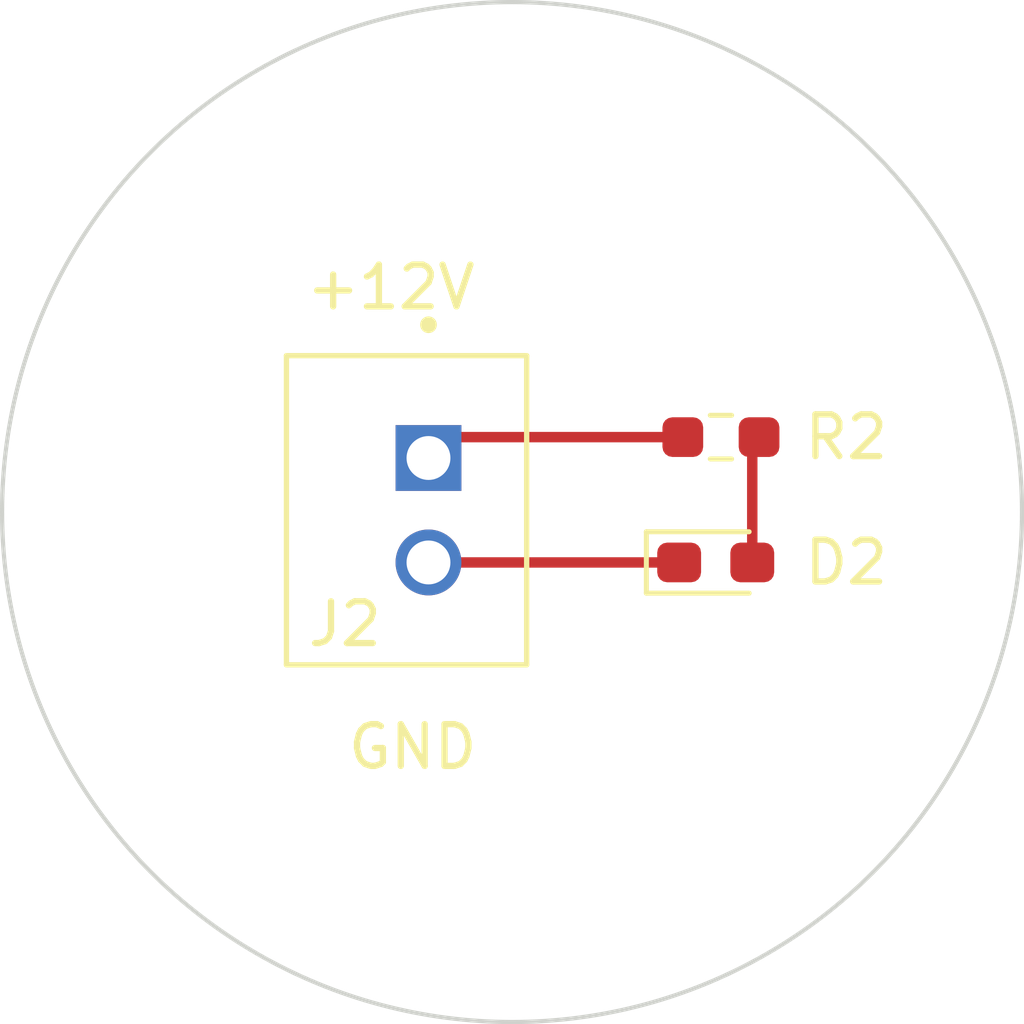
<source format=kicad_pcb>
(kicad_pcb (version 20221018) (generator pcbnew)
  (layers (0 "F.Cu" signal) (31 "B.Cu" signal) (34 "B.Paste" user) (35 "F.Paste" user) (36 "B.SilkS" user "B.Silkscreen") (37 "F.SilkS" user "F.Silkscreen") (38 "B.Mask" user) (39 "F.Mask" user) (44 "Edge.Cuts" user))
  (net 0 "")
  (net 1 "GND")
  (net 2 "/LED+")
  (net 3 "+12V")
  (footprint "LED_SMD:LED_0603_1608Metric_Pad1.05x0.95mm_HandSolder" (layer "F.Cu") (at 57.875 40)
    (fp_text reference "D2" (at 3.125 0) (layer "F.SilkS"))
    (fp_text value "LED-GREEN")
    (fp_line (start -1.66 -0.735) (end -1.66 0.735) (stroke (width 0.12)) (layer "F.SilkS"))
    (fp_line (start -1.66 0.735) (end 0.8 0.735) (stroke (width 0.12)) (layer "F.SilkS"))
    (fp_line (start 0.8 -0.735) (end -1.66 -0.735) (stroke (width 0.12)) (layer "F.SilkS"))
    (pad "1" smd roundrect (at -0.875 0) (size 1.05 0.95) (layers "F.Cu" "F.Paste" "F.Mask") (net 1 "GND"))
    (pad "2" smd roundrect (at 0.875 0) (size 1.05 0.95) (layers "F.Cu" "F.Paste" "F.Mask") (net 2 "/LED+"))
  )
  (footprint "Library:JST_B2B-XH-A_LF__SN_" (layer "F.Cu") (at 50.475 38.75 90)
    (fp_text reference "J2" (at -2.725 -1.475 180) (layer "F.SilkS"))
    (fp_text value "JST_B2B-XH-A(LF)(SN)")
    (fp_line (start -3.7 -2.875) (end 3.7 -2.875) (stroke (width 0.127)) (layer "F.SilkS"))
    (fp_line (start -3.7 2.875) (end -3.7 -2.875) (stroke (width 0.127)) (layer "F.SilkS"))
    (fp_line (start 3.7 -2.875) (end 3.7 2.875) (stroke (width 0.127)) (layer "F.SilkS"))
    (fp_line (start 3.7 2.875) (end -3.7 2.875) (stroke (width 0.127)) (layer "F.SilkS"))
    (fp_circle (center 4.44 0.525) (end 4.54 0.525) (stroke (width 0.2)) (fill none) (layer "F.SilkS"))
    (pad "1" thru_hole rect (at 1.25 0.525 90) (size 1.575 1.575) (drill 1.05) (layers "*.Cu" "*.Mask") (net 3 "+12V"))
    (pad "2" thru_hole circle (at -1.25 0.525 90) (size 1.575 1.575) (drill 1.05) (layers "*.Cu" "*.Mask") (net 1 "GND"))
  )
  (footprint "Resistor_SMD:R_0603_1608Metric_Pad0.98x0.95mm_HandSolder" (layer "F.Cu") (at 58 37 180)
    (fp_text reference "R2" (at -3 0) (layer "F.SilkS"))
    (fp_text value "300R 6030")
    (fp_line (start -0.254724 -0.5225) (end 0.254724 -0.5225) (stroke (width 0.12)) (layer "F.SilkS"))
    (fp_line (start -0.254724 0.5225) (end 0.254724 0.5225) (stroke (width 0.12)) (layer "F.SilkS"))
    (pad "1" smd roundrect (at -0.9125 0 180) (size 0.975 0.95) (layers "F.Cu" "F.Paste" "F.Mask") (net 2 "/LED+"))
    (pad "2" smd roundrect (at 0.9125 0 180) (size 0.975 0.95) (layers "F.Cu" "F.Paste" "F.Mask") (net 3 "+12V"))
  )
  (gr_circle (center 53 38.793445) (end 63 31.793445) (stroke (width 0.1)) (fill none) (layer "Edge.Cuts"))
  (gr_text "GND\n" (at 49 45) (layer "F.SilkS") (effects (font (size 1 1)) (justify left bottom)))
  (gr_text "+12V\n" (at 48 34) (layer "F.SilkS") (effects (font (size 1 1)) (justify left bottom)))
  (segment (start 51 40) (end 57 40) (width 0.25) (layer "F.Cu") (net 1))
  (segment (start 58.75 37.1625) (end 58.9125 37) (width 0.25) (layer "F.Cu") (net 2))
  (segment (start 58.75 40) (end 58.75 37.1625) (width 0.25) (layer "F.Cu") (net 2))
  (segment (start 51.5 37) (end 51 37.5) (width 0.25) (layer "F.Cu") (net 3))
  (segment (start 57.0875 37) (end 51.5 37) (width 0.25) (layer "F.Cu") (net 3))
)
</source>
